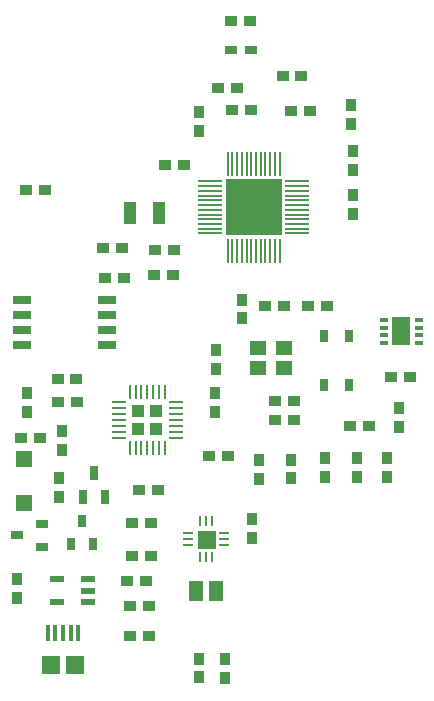
<source format=gbr>
G04 EAGLE Gerber RS-274X export*
G75*
%MOMM*%
%FSLAX34Y34*%
%LPD*%
%INSolderpaste Top*%
%IPPOS*%
%AMOC8*
5,1,8,0,0,1.08239X$1,22.5*%
G01*
%ADD10R,0.900000X1.050000*%
%ADD11R,1.400000X1.400000*%
%ADD12R,1.200000X0.550000*%
%ADD13R,0.635000X1.016000*%
%ADD14R,1.050000X0.900000*%
%ADD15R,0.650000X1.250000*%
%ADD16R,1.200000X1.800000*%
%ADD17R,1.100000X0.650000*%
%ADD18R,0.270000X1.150000*%
%ADD19R,1.150000X0.270000*%
%ADD20R,1.016000X1.016000*%
%ADD21R,2.000000X0.200000*%
%ADD22R,0.200000X2.000000*%
%ADD23R,4.700000X4.700000*%
%ADD24R,0.750000X0.350000*%
%ADD25R,1.600000X2.400000*%
%ADD26R,1.650000X0.650000*%
%ADD27R,1.100000X0.750000*%
%ADD28R,0.250000X0.854000*%
%ADD29R,0.854000X0.250000*%
%ADD30C,0.043500*%
%ADD31R,1.100000X1.900000*%
%ADD32R,1.400000X1.200000*%
%ADD33R,0.650000X1.050000*%
%ADD34R,0.400000X1.350000*%
%ADD35R,1.500000X1.550000*%


D10*
X168400Y30500D03*
X168400Y14500D03*
X15000Y82000D03*
X15000Y98000D03*
X213360Y132570D03*
X213360Y148570D03*
D11*
X20600Y162100D03*
X20600Y199100D03*
D12*
X74700Y78500D03*
X74700Y88000D03*
X74700Y97500D03*
X48700Y97500D03*
X48700Y78500D03*
D13*
X69800Y147200D03*
X79300Y127200D03*
X60300Y127200D03*
D14*
X108000Y96380D03*
X124000Y96380D03*
X18400Y217400D03*
X34400Y217400D03*
D10*
X219600Y182600D03*
X219600Y198600D03*
D14*
X128000Y117000D03*
X112000Y117000D03*
D15*
X70500Y167000D03*
X89500Y167000D03*
X80000Y188000D03*
D14*
X49000Y267000D03*
X65000Y267000D03*
D16*
X183420Y87500D03*
X166420Y87500D03*
D10*
X190500Y14000D03*
X190500Y30000D03*
D14*
X110000Y50000D03*
X126000Y50000D03*
D17*
X35500Y125400D03*
X35500Y144600D03*
X14500Y135000D03*
D14*
X110000Y75000D03*
X126000Y75000D03*
D18*
X110000Y208500D03*
X115000Y208500D03*
X120000Y208500D03*
X125000Y208500D03*
X130000Y208500D03*
X135000Y208500D03*
X140000Y208500D03*
D19*
X149000Y217500D03*
X149000Y222500D03*
X149000Y227500D03*
X149000Y232500D03*
X149000Y237500D03*
X149000Y242500D03*
X149000Y247500D03*
D18*
X140000Y256500D03*
X135000Y256500D03*
X130000Y256500D03*
X125000Y256500D03*
X120000Y256500D03*
X115000Y256500D03*
X110000Y256500D03*
D19*
X101000Y247500D03*
X101000Y242500D03*
X101000Y237500D03*
X101000Y232500D03*
X101000Y227500D03*
X101000Y222500D03*
X101000Y217500D03*
D20*
X117380Y224880D03*
X132620Y224880D03*
X117380Y240120D03*
X132620Y240120D03*
D10*
X23000Y255000D03*
X23000Y239000D03*
D14*
X22000Y427500D03*
X38000Y427500D03*
D10*
X327500Y184500D03*
X327500Y200500D03*
X302500Y184500D03*
X302500Y200500D03*
X275000Y184500D03*
X275000Y200500D03*
D14*
X134000Y173000D03*
X118000Y173000D03*
X49500Y247500D03*
X65500Y247500D03*
X233500Y232500D03*
X249500Y232500D03*
X177500Y202000D03*
X193500Y202000D03*
D10*
X182000Y255500D03*
X182000Y239500D03*
X246500Y199000D03*
X246500Y183000D03*
D14*
X128000Y145000D03*
X112000Y145000D03*
D10*
X50000Y183000D03*
X50000Y167000D03*
X53000Y223000D03*
X53000Y207000D03*
D21*
X178000Y434500D03*
X178000Y430500D03*
X178000Y426500D03*
X178000Y422500D03*
X178000Y418500D03*
X178000Y414500D03*
X178000Y410500D03*
X178000Y406500D03*
X178000Y402500D03*
X178000Y398500D03*
X178000Y394500D03*
X178000Y390500D03*
D22*
X193000Y375500D03*
X197000Y375500D03*
X201000Y375500D03*
X205000Y375500D03*
X209000Y375500D03*
X213000Y375500D03*
X217000Y375500D03*
X221000Y375500D03*
X225000Y375500D03*
X229000Y375500D03*
X233000Y375500D03*
X237000Y375500D03*
D21*
X252000Y390500D03*
X252000Y394500D03*
X252000Y398500D03*
X252000Y402500D03*
X252000Y406500D03*
X252000Y410500D03*
X252000Y414500D03*
X252000Y418500D03*
X252000Y422500D03*
X252000Y426500D03*
X252000Y430500D03*
X252000Y434500D03*
D22*
X237000Y449500D03*
X233000Y449500D03*
X229000Y449500D03*
X225000Y449500D03*
X221000Y449500D03*
X217000Y449500D03*
X213000Y449500D03*
X209000Y449500D03*
X205000Y449500D03*
X201000Y449500D03*
X197000Y449500D03*
X193000Y449500D03*
D23*
X215000Y412500D03*
D14*
X87500Y378500D03*
X103500Y378500D03*
X140000Y448000D03*
X156000Y448000D03*
X105500Y352500D03*
X89500Y352500D03*
D10*
X205000Y334500D03*
X205000Y318500D03*
X299500Y423000D03*
X299500Y407000D03*
D14*
X240500Y329000D03*
X224500Y329000D03*
X261000Y329000D03*
X277000Y329000D03*
D10*
X299500Y444500D03*
X299500Y460500D03*
X297500Y483000D03*
X297500Y499000D03*
D14*
X262500Y494500D03*
X246500Y494500D03*
X255500Y524000D03*
X239500Y524000D03*
X184500Y514000D03*
X200500Y514000D03*
X213000Y495000D03*
X197000Y495000D03*
D10*
X338000Y243000D03*
X338000Y227000D03*
X169000Y493500D03*
X169000Y477500D03*
D24*
X325000Y317250D03*
X325000Y310750D03*
X325000Y304250D03*
X325000Y297750D03*
X355000Y297750D03*
X355000Y304250D03*
X355000Y310750D03*
X355000Y317250D03*
D25*
X340000Y307500D03*
D14*
X249500Y249000D03*
X233500Y249000D03*
X331500Y268500D03*
X347500Y268500D03*
D26*
X91000Y295950D03*
X91000Y308650D03*
X91000Y321350D03*
X91000Y334050D03*
X19000Y334050D03*
X19000Y321350D03*
X19000Y308650D03*
X19000Y295950D03*
D14*
X130500Y355500D03*
X146500Y355500D03*
X131500Y376500D03*
X147500Y376500D03*
X312500Y227500D03*
X296500Y227500D03*
D27*
X212500Y546000D03*
X195500Y546000D03*
D28*
X170000Y116230D03*
X175000Y116230D03*
X180000Y116230D03*
D29*
X190270Y126500D03*
X190270Y131500D03*
X190270Y136500D03*
D28*
X180000Y146770D03*
X175000Y146770D03*
X170000Y146770D03*
D29*
X159730Y136500D03*
X159730Y131500D03*
X159730Y126500D03*
D30*
X182033Y124467D02*
X182033Y138533D01*
X182033Y124467D02*
X167967Y124467D01*
X167967Y138533D01*
X182033Y138533D01*
X182033Y124880D02*
X167967Y124880D01*
X167967Y125293D02*
X182033Y125293D01*
X182033Y125706D02*
X167967Y125706D01*
X167967Y126119D02*
X182033Y126119D01*
X182033Y126532D02*
X167967Y126532D01*
X167967Y126945D02*
X182033Y126945D01*
X182033Y127358D02*
X167967Y127358D01*
X167967Y127771D02*
X182033Y127771D01*
X182033Y128184D02*
X167967Y128184D01*
X167967Y128597D02*
X182033Y128597D01*
X182033Y129010D02*
X167967Y129010D01*
X167967Y129423D02*
X182033Y129423D01*
X182033Y129836D02*
X167967Y129836D01*
X167967Y130249D02*
X182033Y130249D01*
X182033Y130662D02*
X167967Y130662D01*
X167967Y131075D02*
X182033Y131075D01*
X182033Y131488D02*
X167967Y131488D01*
X167967Y131901D02*
X182033Y131901D01*
X182033Y132314D02*
X167967Y132314D01*
X167967Y132727D02*
X182033Y132727D01*
X182033Y133140D02*
X167967Y133140D01*
X167967Y133553D02*
X182033Y133553D01*
X182033Y133966D02*
X167967Y133966D01*
X167967Y134379D02*
X182033Y134379D01*
X182033Y134792D02*
X167967Y134792D01*
X167967Y135205D02*
X182033Y135205D01*
X182033Y135618D02*
X167967Y135618D01*
X167967Y136031D02*
X182033Y136031D01*
X182033Y136444D02*
X167967Y136444D01*
X167967Y136857D02*
X182033Y136857D01*
X182033Y137270D02*
X167967Y137270D01*
X167967Y137683D02*
X182033Y137683D01*
X182033Y138096D02*
X167967Y138096D01*
X167967Y138509D02*
X182033Y138509D01*
D31*
X110000Y407500D03*
X135000Y407500D03*
D32*
X241000Y293500D03*
X219000Y293500D03*
X219000Y276500D03*
X241000Y276500D03*
D33*
X274250Y261750D03*
X274250Y303250D03*
X295750Y261750D03*
X295750Y303250D03*
D34*
X40500Y52480D03*
X47000Y52480D03*
X53500Y52480D03*
X60000Y52480D03*
X66500Y52480D03*
D35*
X43500Y25480D03*
X63500Y25480D03*
D14*
X196000Y570000D03*
X212000Y570000D03*
D10*
X183000Y276000D03*
X183000Y292000D03*
M02*

</source>
